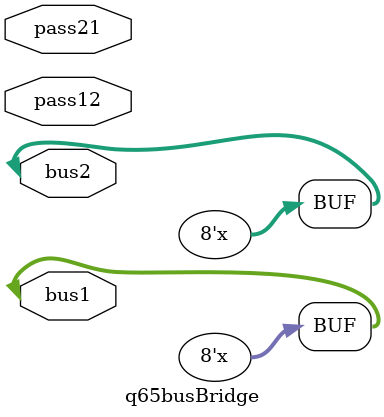
<source format=v>

module q65busDriver0
   (output wire [7:0] busOut,
    input  wire       enableOut);

    assign busOut = enableOut ? 8'h00 : 8'hzz;
endmodule

module q65busDriver1
   (output wire [7:0] busOut,
    input  wire       enableOut);

    assign busOut = enableOut ? 8'hff : 8'hzz;
endmodule

module q65busDriver
   (input  wire [7:0] data,
    output wire [7:0] busOut,
    input  wire       enableOut);

    assign busOut = enableOut ? data : 8'hzz;
endmodule

module q65busBridge
   (inout  wire [7:0] bus1,
    inout  wire [7:0] bus2,
    input  wire       pass12,
    input  wire       pass21);

    assign bus1 = pass21 && !pass21 ? bus2 : 8'hzz;
    assign bus2 = pass12 && !pass12 ? bus1 : 8'hzz;
endmodule

</source>
